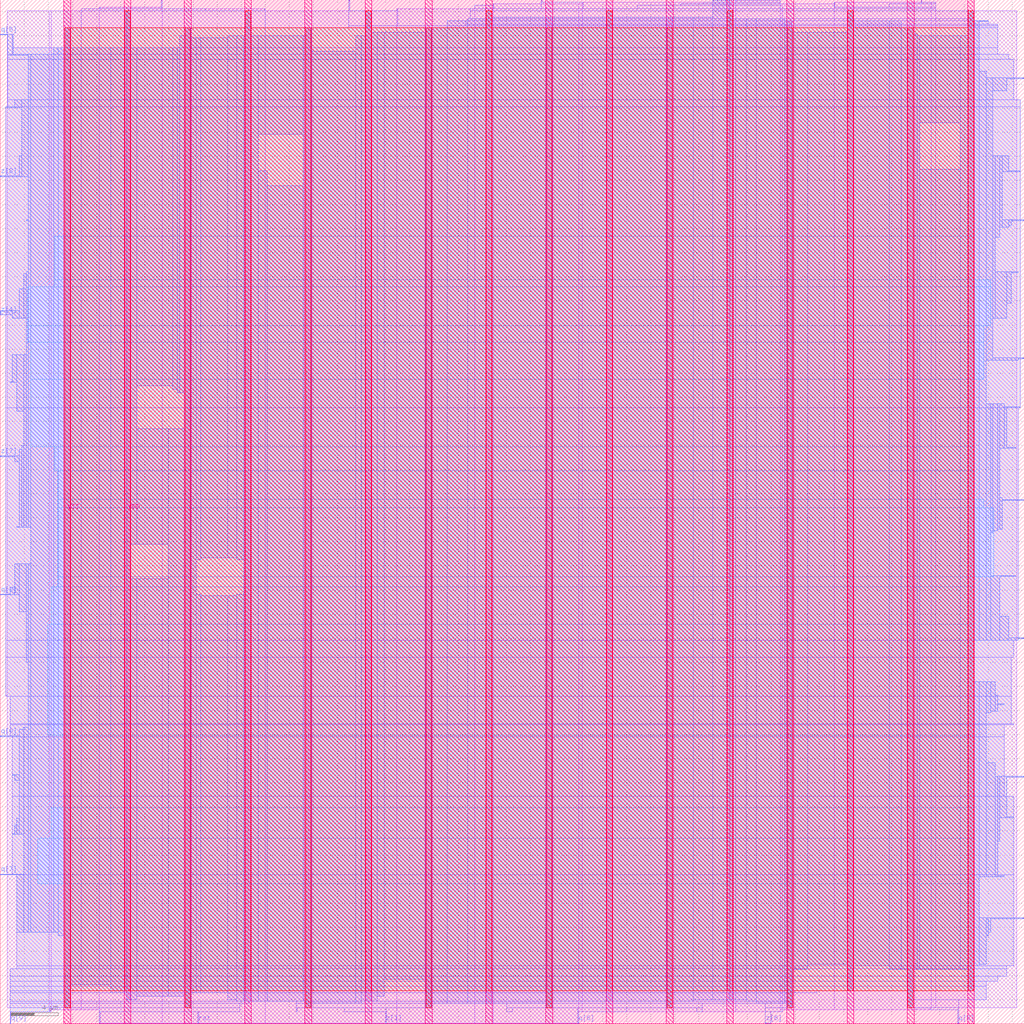
<source format=lef>
VERSION 5.8 ;
BUSBITCHARS "[]" ;
DIVIDERCHAR "/" ;
UNITS
    DATABASE MICRONS 2000 ;
END UNITS

VIA via1_2_1120_340_1_3_300_300
  VIARULE Via1Array-0 ;
  CUTSIZE 0.07 0.07 ;
  LAYERS metal1 via1 metal2 ;
  CUTSPACING 0.08 0.08 ;
  ENCLOSURE 0.035 0.05 0.035 0.035 ;
  ROWCOL 1 3 ;
END via1_2_1120_340_1_3_300_300

VIA via2_3_1120_340_1_3_320_320
  VIARULE Via2Array-0 ;
  CUTSIZE 0.07 0.07 ;
  LAYERS metal2 via2 metal3 ;
  CUTSPACING 0.09 0.09 ;
  ENCLOSURE 0.035 0.035 0.035 0.035 ;
  ROWCOL 1 3 ;
END via2_3_1120_340_1_3_320_320

VIA via3_4_1120_340_1_3_320_320
  VIARULE Via3Array-0 ;
  CUTSIZE 0.07 0.07 ;
  LAYERS metal3 via3 metal4 ;
  CUTSPACING 0.09 0.09 ;
  ENCLOSURE 0.035 0.035 0.035 0.035 ;
  ROWCOL 1 3 ;
END via3_4_1120_340_1_3_320_320

VIA via4_5_1120_340_1_2_600_600
  VIARULE Via4Array-0 ;
  CUTSIZE 0.14 0.14 ;
  LAYERS metal4 via4 metal5 ;
  CUTSPACING 0.16 0.16 ;
  ENCLOSURE 0 0 0 0 ;
  ROWCOL 1 2 ;
END via4_5_1120_340_1_2_600_600

VIA via5_6_1120_340_1_2_600_600
  VIARULE Via5Array-0 ;
  CUTSIZE 0.14 0.14 ;
  LAYERS metal5 via5 metal6 ;
  CUTSPACING 0.16 0.16 ;
  ENCLOSURE 0 0 0.06 0 ;
  ROWCOL 1 2 ;
END via5_6_1120_340_1_2_600_600

MACRO enfasi
  FOREIGN enfasi 0 0 ;
  CLASS BLOCK ;
  SIZE 85 BY 85 ;
  PIN clk
    DIRECTION INPUT ;
    USE SIGNAL ;
    PORT
      LAYER metal3 ;
        RECT  84.93 31.955 85 32.025 ;
    END
  END clk
  PIN q[0]
    DIRECTION OUTPUT ;
    USE SIGNAL ;
    PORT
      LAYER metal3 ;
        RECT  0 23.835 0.07 23.905 ;
    END
  END q[0]
  PIN q[10]
    DIRECTION OUTPUT ;
    USE SIGNAL ;
    PORT
      LAYER metal2 ;
        RECT  60.48 84.93 60.55 85 ;
    END
  END q[10]
  PIN q[11]
    DIRECTION OUTPUT ;
    USE SIGNAL ;
    PORT
      LAYER metal3 ;
        RECT  84.93 8.715 85 8.785 ;
    END
  END q[11]
  PIN q[1]
    DIRECTION OUTPUT ;
    USE SIGNAL ;
    PORT
      LAYER metal3 ;
        RECT  84.93 78.435 85 78.505 ;
    END
  END q[1]
  PIN q[2]
    DIRECTION OUTPUT ;
    USE SIGNAL ;
    PORT
      LAYER metal2 ;
        RECT  13.36 84.93 13.43 85 ;
    END
  END q[2]
  PIN q[3]
    DIRECTION OUTPUT ;
    USE SIGNAL ;
    PORT
      LAYER metal3 ;
        RECT  0 35.595 0.07 35.665 ;
    END
  END q[3]
  PIN q[4]
    DIRECTION OUTPUT ;
    USE SIGNAL ;
    PORT
      LAYER metal2 ;
        RECT  76.44 84.93 76.51 85 ;
    END
  END q[4]
  PIN q[5]
    DIRECTION OUTPUT ;
    USE SIGNAL ;
    PORT
      LAYER metal3 ;
        RECT  0 82.075 0.07 82.145 ;
    END
  END q[5]
  PIN q[6]
    DIRECTION OUTPUT ;
    USE SIGNAL ;
    PORT
      LAYER metal2 ;
        RECT  47.94 0 48.01 0.07 ;
    END
  END q[6]
  PIN q[7]
    DIRECTION OUTPUT ;
    USE SIGNAL ;
    PORT
      LAYER metal3 ;
        RECT  0 12.355 0.07 12.425 ;
    END
  END q[7]
  PIN q[8]
    DIRECTION OUTPUT ;
    USE SIGNAL ;
    PORT
      LAYER metal2 ;
        RECT  79.48 0 79.55 0.07 ;
    END
  END q[8]
  PIN q[9]
    DIRECTION OUTPUT ;
    USE SIGNAL ;
    PORT
      LAYER metal2 ;
        RECT  0.82 0 0.89 0.07 ;
    END
  END q[9]
  PIN rst
    DIRECTION INPUT ;
    USE SIGNAL ;
    PORT
      LAYER metal2 ;
        RECT  16.4 0 16.47 0.07 ;
    END
  END rst
  PIN z[0]
    DIRECTION INPUT ;
    USE SIGNAL ;
    PORT
      LAYER metal2 ;
        RECT  28.94 84.93 29.01 85 ;
    END
  END z[0]
  PIN z[10]
    DIRECTION INPUT ;
    USE SIGNAL ;
    PORT
      LAYER metal3 ;
        RECT  84.93 20.475 85 20.545 ;
    END
  END z[10]
  PIN z[1]
    DIRECTION INPUT ;
    USE SIGNAL ;
    PORT
      LAYER metal2 ;
        RECT  31.98 0 32.05 0.07 ;
    END
  END z[1]
  PIN z[2]
    DIRECTION INPUT ;
    USE SIGNAL ;
    PORT
      LAYER metal3 ;
        RECT  84.93 55.195 85 55.265 ;
    END
  END z[2]
  PIN z[3]
    DIRECTION INPUT ;
    USE SIGNAL ;
    PORT
      LAYER metal3 ;
        RECT  84.93 66.675 85 66.745 ;
    END
  END z[3]
  PIN z[4]
    DIRECTION INPUT ;
    USE SIGNAL ;
    PORT
      LAYER metal3 ;
        RECT  0 58.835 0.07 58.905 ;
    END
  END z[4]
  PIN z[5]
    DIRECTION INPUT ;
    USE SIGNAL ;
    PORT
      LAYER metal2 ;
        RECT  44.9 84.93 44.97 85 ;
    END
  END z[5]
  PIN z[6]
    DIRECTION INPUT ;
    USE SIGNAL ;
    PORT
      LAYER metal2 ;
        RECT  63.52 0 63.59 0.07 ;
    END
  END z[6]
  PIN z[7]
    DIRECTION INPUT ;
    USE SIGNAL ;
    PORT
      LAYER metal3 ;
        RECT  0 47.075 0.07 47.145 ;
    END
  END z[7]
  PIN z[8]
    DIRECTION INPUT ;
    USE SIGNAL ;
    PORT
      LAYER metal3 ;
        RECT  0 70.315 0.07 70.385 ;
    END
  END z[8]
  PIN z[9]
    DIRECTION INPUT ;
    USE SIGNAL ;
    PORT
      LAYER metal3 ;
        RECT  84.93 43.435 85 43.505 ;
    END
  END z[9]
  PIN VSS
    DIRECTION INOUT ;
    USE GROUND ;
    PORT
      LAYER metal6 ;
        RECT  75.29 0 75.85 85 ;
        RECT  65.29 0 65.85 85 ;
        RECT  55.29 0 55.85 85 ;
        RECT  45.29 0 45.85 85 ;
        RECT  35.29 0 35.85 85 ;
        RECT  25.29 0 25.85 85 ;
        RECT  15.29 0 15.85 85 ;
        RECT  5.29 0 5.85 85 ;
    END
  END VSS
  PIN VDD
    DIRECTION INOUT ;
    USE POWER ;
    PORT
      LAYER metal6 ;
        RECT  80.29 0 80.85 85 ;
        RECT  70.29 0 70.85 85 ;
        RECT  60.29 0 60.85 85 ;
        RECT  50.29 0 50.85 85 ;
        RECT  40.29 0 40.85 85 ;
        RECT  30.29 0 30.85 85 ;
        RECT  20.29 0 20.85 85 ;
        RECT  10.29 0 10.85 85 ;
    END
  END VDD
  OBS
    LAYER metal1 ;
     RECT  0.44 27.195 0.57 27.265 ;
     RECT  0.57 1.315 4.05 84.085 ;
     RECT  4.05 1.015 4.235 84.085 ;
     RECT  4.235 1.155 6.71 84.085 ;
     RECT  6.71 1.155 8.23 84.245 ;
     RECT  8.23 0.035 13.43 84.385 ;
     RECT  13.43 0.035 21.98 84.245 ;
     RECT  21.98 0.035 32.93 84.085 ;
     RECT  32.93 0.035 39.39 84.245 ;
     RECT  39.39 0.035 40.91 84.525 ;
     RECT  40.91 0.035 48.01 84.665 ;
     RECT  48.01 1.015 48.32 84.665 ;
     RECT  48.32 1.015 61.05 84.805 ;
     RECT  61.05 1.015 64.73 84.945 ;
     RECT  64.73 1.015 64.92 84.665 ;
     RECT  64.92 1.155 69.22 84.665 ;
     RECT  69.22 1.155 77.27 84.805 ;
     RECT  77.27 1.315 77.65 84.805 ;
     RECT  77.65 1.315 84.36 84.085 ;
    LAYER metal2 ;
     RECT  63.71 0 63.97 0.035 ;
     RECT  0.82 0.035 0.89 1.015 ;
     RECT  8.23 0.035 8.3 1.015 ;
     RECT  16.4 0.035 16.47 1.015 ;
     RECT  31.98 0.035 32.05 1.015 ;
     RECT  47.94 0.035 48.01 1.015 ;
     RECT  63.52 0.035 63.97 1.015 ;
     RECT  79.48 0.035 79.55 1.155 ;
     RECT  0.82 1.015 4.12 1.33 ;
     RECT  8.23 1.015 19.89 1.33 ;
     RECT  24.57 1.015 24.64 1.33 ;
     RECT  28.56 1.015 32.05 1.33 ;
     RECT  42.05 1.015 42.5 1.33 ;
     RECT  47.94 1.015 52 1.33 ;
     RECT  57.82 1.015 58.27 1.33 ;
     RECT  63.52 1.015 64.92 1.33 ;
     RECT  77.2 1.155 79.55 1.33 ;
     RECT  0.82 1.33 19.89 1.715 ;
     RECT  24.57 1.33 35.8 1.715 ;
     RECT  42.05 1.33 58.27 1.715 ;
     RECT  63.52 1.33 65.8 1.715 ;
     RECT  0.82 1.715 20.65 1.855 ;
     RECT  24.57 1.715 65.8 1.855 ;
     RECT  75.34 1.33 79.55 1.995 ;
     RECT  0.82 1.855 65.8 2.555 ;
     RECT  0.82 2.555 67.77 2.73 ;
     RECT  0.82 2.73 70.8 3.115 ;
     RECT  75.34 1.995 81.83 3.115 ;
     RECT  0.82 3.115 81.83 3.535 ;
     RECT  0.82 3.535 82.78 3.955 ;
     RECT  0.82 3.955 83.54 4.585 ;
     RECT  1.39 4.585 83.54 4.795 ;
     RECT  1.39 4.795 84.11 12.355 ;
     RECT  1.01 12.355 84.11 18.865 ;
     RECT  1.01 18.865 83.35 23.835 ;
     RECT  0.82 23.835 83.35 24.815 ;
     RECT  0.82 24.815 84.11 24.885 ;
     RECT  0.82 24.885 83.92 27.195 ;
     RECT  0.44 27.195 83.92 30.415 ;
     RECT  0.44 30.415 84.11 31.815 ;
     RECT  0.44 31.815 84.49 51.135 ;
     RECT  0.44 51.135 84.68 76.125 ;
     RECT  0.63 76.125 84.68 76.685 ;
     RECT  0.63 76.685 84.11 80.045 ;
     RECT  0.63 80.045 83.73 80.465 ;
     RECT  1.01 80.465 82.78 81.025 ;
     RECT  1.01 81.025 1.08 82.145 ;
     RECT  5.34 81.025 82.78 82.67 ;
     RECT  28.94 82.67 82.78 82.845 ;
     RECT  38.63 82.845 82.78 82.985 ;
     RECT  38.63 82.985 82.02 83.265 ;
     RECT  38.82 83.265 80.8 83.405 ;
     RECT  6.71 82.67 21.98 84.07 ;
     RECT  28.94 82.845 33 84.07 ;
     RECT  39.01 83.405 80.8 84.07 ;
     RECT  6.71 84.07 17.04 84.245 ;
     RECT  21.91 84.07 21.98 84.245 ;
     RECT  32.93 84.07 33 84.245 ;
     RECT  39.01 84.07 77.65 84.245 ;
     RECT  8.23 84.245 8.3 84.385 ;
     RECT  69.22 84.245 77.65 84.385 ;
     RECT  39.39 84.245 40.98 84.525 ;
     RECT  52.88 84.245 64.73 84.525 ;
     RECT  40.91 84.525 40.98 84.665 ;
     RECT  56.49 84.525 64.73 84.665 ;
     RECT  73.78 84.385 77.65 84.665 ;
     RECT  44.9 84.245 48.39 84.805 ;
     RECT  58.39 84.665 64.73 84.805 ;
     RECT  69.22 84.385 69.29 84.805 ;
     RECT  76.44 84.665 77.65 84.805 ;
     RECT  59.15 84.805 64.73 84.945 ;
     RECT  13.36 84.245 13.43 84.965 ;
     RECT  28.94 84.07 29.01 84.965 ;
     RECT  44.9 84.805 44.97 84.965 ;
     RECT  60.48 84.945 60.55 84.965 ;
     RECT  76.44 84.805 76.51 84.965 ;
    LAYER metal3 ;
     RECT  0 58.975 0.035 59.185 ;
     RECT  0.035 82.075 0.63 82.145 ;
     RECT  0.035 35.595 0.82 35.665 ;
     RECT  0.82 53.235 1.01 53.305 ;
     RECT  0.035 58.835 1.01 59.185 ;
     RECT  0.63 80.395 1.08 82.145 ;
     RECT  1.01 15.715 1.2 15.785 ;
     RECT  1.01 20.615 1.2 20.685 ;
     RECT  0.82 35.595 1.2 36.225 ;
     RECT  0.035 47.075 1.2 47.145 ;
     RECT  0.44 76.055 1.2 76.125 ;
     RECT  0.035 12.355 1.39 12.425 ;
     RECT  1.2 15.715 1.39 16.485 ;
     RECT  1.01 53.235 1.39 55.545 ;
     RECT  1.39 15.715 1.58 17.045 ;
     RECT  1.2 20.195 1.58 20.685 ;
     RECT  0.035 23.835 1.58 23.905 ;
     RECT  1.2 35.595 1.58 38.185 ;
     RECT  1.39 41.195 1.58 41.265 ;
     RECT  1.2 46.655 1.58 47.145 ;
     RECT  1.01 58.555 1.58 59.185 ;
     RECT  0.035 70.315 1.58 70.385 ;
     RECT  1.58 41.195 1.77 47.705 ;
     RECT  1.58 70.315 1.77 72.065 ;
     RECT  1.2 76.055 1.77 76.685 ;
     RECT  1.39 7.595 1.96 12.425 ;
     RECT  1.58 15.715 1.96 24.465 ;
     RECT  1.77 41.195 1.96 47.985 ;
     RECT  1.39 50.855 1.96 55.545 ;
     RECT  1.58 58.555 1.96 61.005 ;
     RECT  1.58 34.195 2.15 38.185 ;
     RECT  1.96 41.195 2.15 55.545 ;
     RECT  1.96 58.555 2.15 62.265 ;
     RECT  1.96 7.595 2.34 24.605 ;
     RECT  2.15 29.995 2.34 38.185 ;
     RECT  2.15 41.195 2.34 62.405 ;
     RECT  2.15 66.675 2.34 66.745 ;
     RECT  1.77 70.315 2.34 76.685 ;
     RECT  1.08 80.395 2.34 80.465 ;
     RECT  2.34 7.595 2.53 38.185 ;
     RECT  2.34 41.195 2.53 80.465 ;
     RECT  2.53 7.595 4.43 80.465 ;
     RECT  4.43 7.595 4.81 81.025 ;
     RECT  4.81 7.315 5.34 81.025 ;
     RECT  5.34 1.33 5.8 82.67 ;
     RECT  5.8 3.255 9.18 81.025 ;
     RECT  9.18 2.555 10.34 81.025 ;
     RECT  10.34 2.555 10.51 84.07 ;
     RECT  10.51 1.995 10.8 84.07 ;
     RECT  10.8 1.995 11.34 36.925 ;
     RECT  10.8 39.795 11.34 81.025 ;
     RECT  11.34 2.275 13.93 36.925 ;
     RECT  11.34 39.795 13.93 49.385 ;
     RECT  11.34 52.955 14.31 81.025 ;
     RECT  14.31 52.675 14.69 81.025 ;
     RECT  14.69 52.395 14.88 81.025 ;
     RECT  13.93 2.275 15.26 49.385 ;
     RECT  14.88 52.395 15.26 82.005 ;
     RECT  15.26 2.275 15.34 82.005 ;
     RECT  15.34 1.33 15.8 82.67 ;
     RECT  15.8 2.555 16.28 81.865 ;
     RECT  16.28 2.555 16.65 35.665 ;
     RECT  16.28 38.535 16.65 81.865 ;
     RECT  16.65 2.555 18.87 35.525 ;
     RECT  16.65 38.675 18.87 81.865 ;
     RECT  18.87 1.995 19.63 35.525 ;
     RECT  18.87 38.675 19.63 82.005 ;
     RECT  19.63 1.855 20.2 35.665 ;
     RECT  19.63 38.535 20.2 82.005 ;
     RECT  20.2 1.855 20.34 82.005 ;
     RECT  20.34 1.855 20.8 84.07 ;
     RECT  20.8 1.855 21.41 82.005 ;
     RECT  21.41 1.855 22.17 70.805 ;
     RECT  22.17 1.855 25.14 69.545 ;
     RECT  21.41 73.815 25.14 82.005 ;
     RECT  25.14 1.855 25.34 82.005 ;
     RECT  25.34 1.33 25.8 82.67 ;
     RECT  25.8 1.715 29.51 80.745 ;
     RECT  29.51 1.715 29.96 82.005 ;
     RECT  29.96 1.855 30.34 82.005 ;
     RECT  30.34 1.855 30.8 84.07 ;
     RECT  30.8 1.855 31.29 82.285 ;
     RECT  31.29 2.275 31.86 82.285 ;
     RECT  31.86 3.675 35.34 82.285 ;
     RECT  35.34 1.33 35.8 82.67 ;
     RECT  35.8 1.715 37.11 82.67 ;
     RECT  37.11 1.715 38.82 83.265 ;
     RECT  38.82 1.715 40.34 83.405 ;
     RECT  40.34 1.715 40.8 84.07 ;
     RECT  40.8 1.715 45.34 83.545 ;
     RECT  45.34 1.33 45.8 83.545 ;
     RECT  45.8 1.855 50.34 83.545 ;
     RECT  50.34 1.855 50.8 84.07 ;
     RECT  50.8 1.855 55.34 83.545 ;
     RECT  55.34 1.33 55.8 83.545 ;
     RECT  55.8 1.855 57.51 83.545 ;
     RECT  57.51 1.995 59.15 83.545 ;
     RECT  59.15 1.995 60.55 84.945 ;
     RECT  60.55 1.995 60.8 84.07 ;
     RECT  60.8 1.995 61.94 83.405 ;
     RECT  61.94 1.855 62.76 83.405 ;
     RECT  62.76 1.715 65.11 83.405 ;
     RECT  65.11 1.715 65.34 83.265 ;
     RECT  65.34 1.33 65.68 83.265 ;
     RECT  65.68 1.33 65.8 82.67 ;
     RECT  65.8 3.535 65.87 82.285 ;
     RECT  65.87 4.515 67.01 82.285 ;
     RECT  67.01 4.935 70.34 82.285 ;
     RECT  70.34 2.73 70.8 84.07 ;
     RECT  70.8 4.795 73.78 83.265 ;
     RECT  73.78 4.515 74.8 83.265 ;
     RECT  74.8 4.515 75.34 82.67 ;
     RECT  75.34 1.33 75.8 82.67 ;
     RECT  75.8 4.515 76.13 82.145 ;
     RECT  76.13 4.515 76.32 82.005 ;
     RECT  76.32 4.515 79.67 70.945 ;
     RECT  76.32 74.795 79.67 82.005 ;
     RECT  79.67 4.515 80.34 82.005 ;
     RECT  80.34 2.73 80.8 84.07 ;
     RECT  80.8 4.795 81.26 28.385 ;
     RECT  80.8 31.815 81.26 83.265 ;
     RECT  81.26 4.935 81.83 8.785 ;
     RECT  81.26 12.215 81.83 28.385 ;
     RECT  81.26 31.815 81.83 79.065 ;
     RECT  81.83 7.315 82.02 8.785 ;
     RECT  81.26 83.195 82.02 83.265 ;
     RECT  82.02 7.595 82.21 8.785 ;
     RECT  81.83 25.795 82.21 28.385 ;
     RECT  81.83 31.815 82.21 51.485 ;
     RECT  82.21 40.775 82.4 51.485 ;
     RECT  81.83 55.055 82.4 78.505 ;
     RECT  81.83 12.215 82.59 21.665 ;
     RECT  82.21 25.935 82.59 28.385 ;
     RECT  82.4 58.555 82.59 72.065 ;
     RECT  82.59 12.215 82.78 20.545 ;
     RECT  82.59 25.935 82.78 27.265 ;
     RECT  82.4 40.915 82.78 51.485 ;
     RECT  82.78 15.155 82.97 20.545 ;
     RECT  82.21 31.815 82.97 37.205 ;
     RECT  82.78 41.055 82.97 51.485 ;
     RECT  82.59 65.275 82.97 72.065 ;
     RECT  82.97 41.055 83.16 43.645 ;
     RECT  82.97 66.115 83.16 72.065 ;
     RECT  82.78 12.215 83.35 12.285 ;
     RECT  82.78 26.495 83.35 26.565 ;
     RECT  82.97 47.775 83.35 51.485 ;
     RECT  82.97 17.115 83.54 20.545 ;
     RECT  83.35 47.775 83.54 51.205 ;
     RECT  82.59 58.555 83.54 62.405 ;
     RECT  82.4 77.455 83.54 78.505 ;
     RECT  82.97 31.815 83.73 33.845 ;
     RECT  83.16 66.115 83.73 66.745 ;
     RECT  83.16 70.735 83.73 72.065 ;
     RECT  83.54 59.815 83.92 62.405 ;
     RECT  83.73 66.255 83.92 66.745 ;
     RECT  83.54 17.115 84.11 17.185 ;
     RECT  82.97 37.135 84.3 37.205 ;
     RECT  83.54 47.775 84.3 47.845 ;
     RECT  83.73 31.815 84.49 32.025 ;
     RECT  82.4 55.055 84.49 55.265 ;
     RECT  83.92 62.335 84.49 62.405 ;
     RECT  83.54 51.135 84.68 51.205 ;
     RECT  83.73 70.735 84.68 70.805 ;
     RECT  82.21 8.715 84.965 8.785 ;
     RECT  83.54 20.475 84.965 20.545 ;
     RECT  84.49 31.955 84.965 32.025 ;
     RECT  83.16 43.435 84.965 43.505 ;
     RECT  84.49 55.195 84.965 55.265 ;
     RECT  83.92 66.675 84.965 66.745 ;
     RECT  83.54 78.435 84.965 78.505 ;
    LAYER metal4 ;
     RECT  5.34 1.33 5.8 2.73 ;
     RECT  15.34 1.33 15.8 2.73 ;
     RECT  25.34 1.33 25.8 2.73 ;
     RECT  35.34 1.33 35.8 2.73 ;
     RECT  45.34 1.33 45.8 2.73 ;
     RECT  55.34 1.33 55.8 2.73 ;
     RECT  65.34 1.33 65.8 2.73 ;
     RECT  75.34 1.33 75.8 2.73 ;
     RECT  5.34 2.73 80.8 11.62 ;
     RECT  3.105 11.62 80.8 15.4 ;
     RECT  4.225 15.4 80.8 17.92 ;
     RECT  5.34 17.92 80.8 23.94 ;
     RECT  3.945 23.94 80.8 33.18 ;
     RECT  4.225 33.18 80.8 36.26 ;
     RECT  4.785 36.26 80.8 37.1 ;
     RECT  4.785 37.1 82.485 42.84 ;
     RECT  4.785 42.84 81.645 43.54 ;
     RECT  4.785 43.54 80.8 45.92 ;
     RECT  4.505 45.92 80.8 47.88 ;
     RECT  2.545 47.88 80.8 53.48 ;
     RECT  2.545 53.48 81.645 56.56 ;
     RECT  2.265 56.56 81.645 57.96 ;
     RECT  2.265 57.96 82.205 61.18 ;
     RECT  4.505 61.18 82.205 61.74 ;
     RECT  4.505 61.74 80.8 65.38 ;
     RECT  5.34 65.38 80.8 82.67 ;
     RECT  10.34 82.67 10.8 84.07 ;
     RECT  20.34 82.67 20.8 84.07 ;
     RECT  30.34 82.67 30.8 84.07 ;
     RECT  40.34 82.67 40.8 84.07 ;
     RECT  50.34 82.67 50.8 84.07 ;
     RECT  60.34 82.67 60.8 84.07 ;
     RECT  70.34 82.67 70.8 84.07 ;
     RECT  80.34 82.67 80.8 84.07 ;
    LAYER metal5 ;
     RECT  5.35 1.33 5.79 82.67 ;
     RECT  5.79 2.73 10.35 82.67 ;
     RECT  10.35 2.73 10.79 84.07 ;
     RECT  10.79 2.73 15.35 82.67 ;
     RECT  15.35 1.33 15.79 82.67 ;
     RECT  15.79 2.73 20.35 82.67 ;
     RECT  20.35 2.73 20.79 84.07 ;
     RECT  20.79 2.73 25.35 82.67 ;
     RECT  25.35 1.33 25.79 82.67 ;
     RECT  25.79 2.73 30.35 82.67 ;
     RECT  30.35 2.73 30.79 84.07 ;
     RECT  30.79 2.73 35.35 82.67 ;
     RECT  35.35 1.33 35.79 82.67 ;
     RECT  35.79 2.73 40.35 82.67 ;
     RECT  40.35 2.73 40.79 84.07 ;
     RECT  40.79 2.73 45.35 82.67 ;
     RECT  45.35 1.33 45.79 82.67 ;
     RECT  45.79 2.73 50.35 82.67 ;
     RECT  50.35 2.73 50.79 84.07 ;
     RECT  50.79 2.73 55.35 82.67 ;
     RECT  55.35 1.33 55.79 82.67 ;
     RECT  55.79 2.73 60.35 82.67 ;
     RECT  60.35 2.73 60.79 84.07 ;
     RECT  60.79 2.73 65.35 82.67 ;
     RECT  65.35 1.33 65.79 82.67 ;
     RECT  65.79 2.73 70.35 82.67 ;
     RECT  70.35 2.73 70.79 84.07 ;
     RECT  70.79 2.73 75.35 82.67 ;
     RECT  75.35 1.33 75.79 82.67 ;
     RECT  75.79 2.73 80.35 82.67 ;
     RECT  80.35 2.73 80.79 84.07 ;
    LAYER metal6 ;
     RECT  5.29 0 80.85 85 ;
  END
END enfasi
END LIBRARY

</source>
